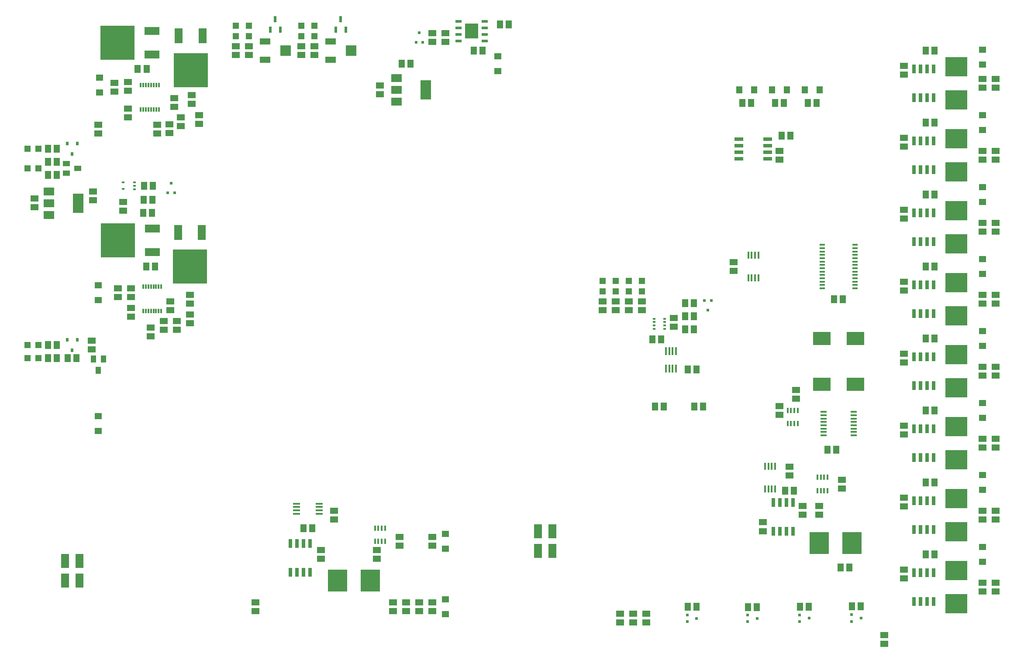
<source format=gtp>
G75*
%MOIN*%
%OFA0B0*%
%FSLAX25Y25*%
%IPPOS*%
%LPD*%
%AMOC8*
5,1,8,0,0,1.08239X$1,22.5*
%
%ADD10R,0.05709X0.01654*%
%ADD11R,0.04724X0.04724*%
%ADD12R,0.01772X0.04331*%
%ADD13R,0.01654X0.05709*%
%ADD14R,0.01969X0.01378*%
%ADD15R,0.05906X0.05118*%
%ADD16R,0.05118X0.05906*%
%ADD17R,0.04724X0.01378*%
%ADD18R,0.05512X0.05118*%
%ADD19R,0.02559X0.06890*%
%ADD20R,0.16700X0.15000*%
%ADD21R,0.06890X0.02559*%
%ADD22R,0.15000X0.16700*%
%ADD23R,0.05118X0.05512*%
%ADD24R,0.03937X0.01181*%
%ADD25R,0.02362X0.02165*%
%ADD26R,0.10433X0.11811*%
%ADD27R,0.04528X0.01969*%
%ADD28R,0.13780X0.09843*%
%ADD29R,0.06299X0.10630*%
%ADD30R,0.02165X0.02362*%
%ADD31R,0.01201X0.03500*%
%ADD32R,0.26378X0.26378*%
%ADD33R,0.11811X0.06299*%
%ADD34R,0.06299X0.11811*%
%ADD35R,0.02362X0.01181*%
%ADD36R,0.07874X0.05906*%
%ADD37R,0.07874X0.14961*%
%ADD38R,0.05512X0.03937*%
%ADD39R,0.03937X0.05512*%
%ADD40R,0.02362X0.05118*%
%ADD41R,0.02362X0.03150*%
%ADD42R,0.07874X0.05118*%
%ADD43R,0.07874X0.07874*%
%ADD44R,0.01181X0.06299*%
D10*
X0859339Y1049161D03*
X0859339Y1051720D03*
X0859339Y1054280D03*
X0859339Y1056839D03*
X0876661Y1056839D03*
X0876661Y1054280D03*
X0876661Y1051720D03*
X0876661Y1049161D03*
D11*
X0662134Y1168000D03*
X0653866Y1168000D03*
X0653866Y1178000D03*
X0662134Y1178000D03*
X0662134Y1313000D03*
X0653866Y1313000D03*
X0653866Y1328000D03*
X0662134Y1328000D03*
X0813000Y1413866D03*
X0813000Y1422134D03*
X0823000Y1422134D03*
X0823000Y1413866D03*
X0863000Y1413866D03*
X0863000Y1422134D03*
X0873000Y1422134D03*
X0873000Y1413866D03*
X1093000Y1227134D03*
X1093000Y1218866D03*
X1103000Y1218866D03*
X1103000Y1227134D03*
X1113000Y1227134D03*
X1113000Y1218866D03*
X1123000Y1218866D03*
X1123000Y1227134D03*
D12*
X1234161Y1128118D03*
X1236720Y1128118D03*
X1239280Y1128118D03*
X1241839Y1128118D03*
X1241839Y1117882D03*
X1239280Y1117882D03*
X1236720Y1117882D03*
X1234161Y1117882D03*
X1256861Y1076918D03*
X1259420Y1076918D03*
X1261980Y1076918D03*
X1264539Y1076918D03*
X1264539Y1066682D03*
X1261980Y1066682D03*
X1259420Y1066682D03*
X1256861Y1066682D03*
X0926839Y1038118D03*
X0924280Y1038118D03*
X0921720Y1038118D03*
X0919161Y1038118D03*
X0919161Y1027882D03*
X0921720Y1027882D03*
X0924280Y1027882D03*
X0926839Y1027882D03*
D13*
X1204161Y1229339D03*
X1206720Y1229339D03*
X1209280Y1229339D03*
X1211839Y1229339D03*
X1211839Y1246661D03*
X1209280Y1246661D03*
X1206720Y1246661D03*
X1204161Y1246661D03*
X1216861Y1085461D03*
X1219420Y1085461D03*
X1221980Y1085461D03*
X1224539Y1085461D03*
X1224539Y1068139D03*
X1221980Y1068139D03*
X1219420Y1068139D03*
X1216861Y1068139D03*
D14*
X1140135Y1190461D03*
X1140135Y1193020D03*
X1140135Y1195580D03*
X1140135Y1198139D03*
X1132065Y1198139D03*
X1132065Y1195580D03*
X1132065Y1193020D03*
X1132065Y1190461D03*
D15*
X0828000Y0974654D03*
X0828000Y0981346D03*
X0878000Y1014654D03*
X0878000Y1021346D03*
X0888000Y1044654D03*
X0888000Y1051346D03*
X0920500Y1021346D03*
X0920500Y1014654D03*
X0938000Y1024654D03*
X0938000Y1031346D03*
X0963000Y1031346D03*
X0963000Y1024654D03*
X0963000Y0981346D03*
X0963000Y0974654D03*
X0953000Y0974654D03*
X0953000Y0981346D03*
X0943000Y0981346D03*
X0943000Y0974654D03*
X0933000Y0974654D03*
X0933000Y0981346D03*
X1106100Y0972646D03*
X1106100Y0965954D03*
X1116100Y0965954D03*
X1116100Y0972646D03*
X1126100Y0972646D03*
X1126100Y0965954D03*
X1215300Y1035854D03*
X1215300Y1042546D03*
X1245700Y1048454D03*
X1245700Y1055146D03*
X1258200Y1055146D03*
X1258200Y1048454D03*
X1275700Y1068454D03*
X1275700Y1075146D03*
X1235700Y1078454D03*
X1235700Y1085146D03*
X1228000Y1124654D03*
X1228000Y1131346D03*
X1240500Y1137154D03*
X1240500Y1143846D03*
X1193000Y1234654D03*
X1193000Y1241346D03*
X1147106Y1198842D03*
X1147106Y1192149D03*
X1123000Y1204654D03*
X1123000Y1211346D03*
X1113000Y1211346D03*
X1113000Y1204654D03*
X1103000Y1204654D03*
X1103000Y1211346D03*
X1093000Y1211346D03*
X1093000Y1204654D03*
X1228000Y1319654D03*
X1228000Y1326346D03*
X1323000Y1329654D03*
X1323000Y1336346D03*
X1323000Y1384654D03*
X1323000Y1391346D03*
X1383000Y1381346D03*
X1383000Y1374654D03*
X1393000Y1374654D03*
X1393000Y1381346D03*
X1393000Y1326346D03*
X1393000Y1319654D03*
X1383000Y1319654D03*
X1383000Y1326346D03*
X1383000Y1271346D03*
X1383000Y1264654D03*
X1393000Y1264654D03*
X1393000Y1271346D03*
X1393000Y1216346D03*
X1393000Y1209654D03*
X1383000Y1209654D03*
X1383000Y1216346D03*
X1383000Y1161346D03*
X1383000Y1154654D03*
X1393000Y1154654D03*
X1393000Y1161346D03*
X1393000Y1106346D03*
X1393000Y1099654D03*
X1383000Y1099654D03*
X1383000Y1106346D03*
X1383000Y1051346D03*
X1383000Y1044654D03*
X1393000Y1044654D03*
X1393000Y1051346D03*
X1393000Y0996346D03*
X1393000Y0989654D03*
X1383000Y0989654D03*
X1383000Y0996346D03*
X1323000Y0999654D03*
X1323000Y1006346D03*
X1308000Y0956346D03*
X1308000Y0949654D03*
X1323000Y1054654D03*
X1323000Y1061346D03*
X1323000Y1109654D03*
X1323000Y1116346D03*
X1323000Y1164654D03*
X1323000Y1171346D03*
X1323000Y1219654D03*
X1323000Y1226346D03*
X1323000Y1274654D03*
X1323000Y1281346D03*
X0973000Y1409654D03*
X0973000Y1416346D03*
X0963000Y1416346D03*
X0963000Y1409654D03*
X0923000Y1376346D03*
X0923000Y1369654D03*
X0873000Y1399654D03*
X0873000Y1406346D03*
X0863000Y1406346D03*
X0863000Y1399654D03*
X0823000Y1399654D03*
X0823000Y1406346D03*
X0813000Y1406346D03*
X0813000Y1399654D03*
X0779100Y1369046D03*
X0779100Y1362354D03*
X0784745Y1353571D03*
X0784745Y1346878D03*
X0771004Y1345392D03*
X0771004Y1352085D03*
X0765918Y1360029D03*
X0765918Y1366722D03*
X0762278Y1346770D03*
X0762278Y1340077D03*
X0753000Y1339654D03*
X0753000Y1346346D03*
X0730499Y1352043D03*
X0730499Y1358736D03*
X0730400Y1372354D03*
X0730400Y1379046D03*
X0720100Y1378346D03*
X0720100Y1371654D03*
X0708000Y1346346D03*
X0708000Y1339654D03*
X0703800Y1295446D03*
X0703800Y1288754D03*
X0726759Y1287233D03*
X0726759Y1280540D03*
X0723000Y1221346D03*
X0723000Y1214654D03*
X0733000Y1214654D03*
X0733000Y1221346D03*
X0733000Y1206346D03*
X0733000Y1199654D03*
X0748000Y1191346D03*
X0748000Y1184654D03*
X0758000Y1189654D03*
X0758000Y1196346D03*
X0763000Y1204654D03*
X0763000Y1211346D03*
X0778000Y1209654D03*
X0778000Y1216346D03*
X0778000Y1201346D03*
X0778000Y1194654D03*
X0768000Y1196346D03*
X0768000Y1189654D03*
X0703000Y1181346D03*
X0703000Y1174654D03*
X0659300Y1283454D03*
X0659300Y1290146D03*
D16*
X0669654Y1308000D03*
X0676346Y1308000D03*
X0676346Y1318000D03*
X0669654Y1318000D03*
X0669654Y1328000D03*
X0676346Y1328000D03*
X0742789Y1299766D03*
X0749482Y1299766D03*
X0749203Y1289097D03*
X0742510Y1289097D03*
X0742329Y1279015D03*
X0749022Y1279015D03*
X0751346Y1238000D03*
X0744654Y1238000D03*
X0691346Y1168000D03*
X0684654Y1168000D03*
X0676346Y1168000D03*
X0669654Y1168000D03*
X0669654Y1178000D03*
X0676346Y1178000D03*
X0738040Y1388922D03*
X0744733Y1388922D03*
X0939654Y1393000D03*
X0946346Y1393000D03*
X0994654Y1403000D03*
X1001346Y1403000D03*
X1014654Y1423000D03*
X1021346Y1423000D03*
X1199654Y1363000D03*
X1206346Y1363000D03*
X1224654Y1363000D03*
X1231346Y1363000D03*
X1249654Y1363000D03*
X1256346Y1363000D03*
X1236346Y1338000D03*
X1229654Y1338000D03*
X1339654Y1348000D03*
X1346346Y1348000D03*
X1346346Y1293000D03*
X1339654Y1293000D03*
X1339654Y1238000D03*
X1346346Y1238000D03*
X1346346Y1183000D03*
X1339654Y1183000D03*
X1339654Y1128000D03*
X1346346Y1128000D03*
X1346346Y1073000D03*
X1339654Y1073000D03*
X1339654Y1018000D03*
X1346346Y1018000D03*
X1289868Y0978423D03*
X1283175Y0978423D03*
X1281346Y1008000D03*
X1274654Y1008000D03*
X1250150Y0978065D03*
X1243457Y0978065D03*
X1210563Y0977754D03*
X1203871Y0977754D03*
X1164451Y0977887D03*
X1157758Y0977887D03*
X1232354Y1066800D03*
X1239046Y1066800D03*
X1264654Y1098000D03*
X1271346Y1098000D03*
X1169546Y1131100D03*
X1162854Y1131100D03*
X1139546Y1131100D03*
X1132854Y1131100D03*
X1157754Y1159300D03*
X1164446Y1159300D03*
X1162646Y1189900D03*
X1155954Y1189900D03*
X1155954Y1199900D03*
X1162646Y1199900D03*
X1162646Y1209900D03*
X1155954Y1209900D03*
X1137646Y1182400D03*
X1130954Y1182400D03*
X1269654Y1213000D03*
X1276346Y1213000D03*
X1339654Y1403000D03*
X1346346Y1403000D03*
X0871346Y1038000D03*
X0864654Y1038000D03*
D17*
X1261484Y1109043D03*
X1261484Y1111602D03*
X1261484Y1114161D03*
X1261484Y1116720D03*
X1261484Y1119280D03*
X1261484Y1121839D03*
X1261484Y1124398D03*
X1261484Y1126957D03*
X1284516Y1126957D03*
X1284516Y1124398D03*
X1284516Y1121839D03*
X1284516Y1119280D03*
X1284516Y1116720D03*
X1284516Y1114161D03*
X1284516Y1111602D03*
X1284516Y1109043D03*
D18*
X1383000Y1122291D03*
X1383000Y1133709D03*
X1383000Y1177291D03*
X1383000Y1188709D03*
X1383000Y1232291D03*
X1383000Y1243709D03*
X1383000Y1287291D03*
X1383000Y1298709D03*
X1383000Y1342291D03*
X1383000Y1353709D03*
X1383000Y1392291D03*
X1383000Y1403709D03*
X1383000Y1078709D03*
X1383000Y1067291D03*
X1383000Y1023709D03*
X1383000Y1012291D03*
X1013000Y1387291D03*
X1013000Y1398709D03*
X0708977Y1382406D03*
X0708977Y1370989D03*
X0708000Y1223709D03*
X0708000Y1212291D03*
X0708000Y1123709D03*
X0708000Y1112291D03*
X0973000Y1033709D03*
X0973000Y1022291D03*
X0973000Y0983709D03*
X0973000Y0972291D03*
D19*
X0869459Y1004314D03*
X0864459Y1004314D03*
X0859459Y1004314D03*
X0854459Y1004314D03*
X0854459Y1026362D03*
X0859459Y1026362D03*
X0864459Y1026362D03*
X0869459Y1026362D03*
X1223200Y1035776D03*
X1228200Y1035776D03*
X1233200Y1035776D03*
X1238200Y1035776D03*
X1238200Y1057824D03*
X1233200Y1057824D03*
X1228200Y1057824D03*
X1223200Y1057824D03*
X1330500Y1059024D03*
X1335500Y1059024D03*
X1340500Y1059024D03*
X1345500Y1059024D03*
X1345500Y1036976D03*
X1340500Y1036976D03*
X1335500Y1036976D03*
X1330500Y1036976D03*
X1330500Y1004024D03*
X1335500Y1004024D03*
X1340500Y1004024D03*
X1345500Y1004024D03*
X1345500Y0981976D03*
X1340500Y0981976D03*
X1335500Y0981976D03*
X1330500Y0981976D03*
X1330500Y1091976D03*
X1335500Y1091976D03*
X1340500Y1091976D03*
X1345500Y1091976D03*
X1345500Y1114024D03*
X1340500Y1114024D03*
X1335500Y1114024D03*
X1330500Y1114024D03*
X1330500Y1146976D03*
X1335500Y1146976D03*
X1340500Y1146976D03*
X1345500Y1146976D03*
X1345500Y1169024D03*
X1340500Y1169024D03*
X1335500Y1169024D03*
X1330500Y1169024D03*
X1330500Y1201976D03*
X1335500Y1201976D03*
X1340500Y1201976D03*
X1345500Y1201976D03*
X1345500Y1224024D03*
X1340500Y1224024D03*
X1335500Y1224024D03*
X1330500Y1224024D03*
X1330500Y1256976D03*
X1335500Y1256976D03*
X1340500Y1256976D03*
X1345500Y1256976D03*
X1345500Y1279024D03*
X1340500Y1279024D03*
X1335500Y1279024D03*
X1330500Y1279024D03*
X1330500Y1311976D03*
X1335500Y1311976D03*
X1340500Y1311976D03*
X1345500Y1311976D03*
X1345500Y1334024D03*
X1340500Y1334024D03*
X1335500Y1334024D03*
X1330500Y1334024D03*
X1330500Y1366976D03*
X1335500Y1366976D03*
X1340500Y1366976D03*
X1345500Y1366976D03*
X1345500Y1389024D03*
X1340500Y1389024D03*
X1335500Y1389024D03*
X1330500Y1389024D03*
D20*
X1363000Y1390550D03*
X1363000Y1365450D03*
X1363000Y1335550D03*
X1363000Y1310450D03*
X1363000Y1280550D03*
X1363000Y1255450D03*
X1363000Y1225550D03*
X1363000Y1200450D03*
X1363000Y1170550D03*
X1363000Y1145450D03*
X1363000Y1115550D03*
X1363000Y1090450D03*
X1363000Y1060550D03*
X1363000Y1035450D03*
X1363000Y1005550D03*
X1363000Y0980450D03*
D21*
X1219024Y1320500D03*
X1219024Y1325500D03*
X1219024Y1330500D03*
X1219024Y1335500D03*
X1196976Y1335500D03*
X1196976Y1330500D03*
X1196976Y1325500D03*
X1196976Y1320500D03*
D22*
X1258150Y1026800D03*
X1283250Y1026800D03*
X0915550Y0998000D03*
X0890450Y0998000D03*
D23*
X1197291Y1373000D03*
X1208709Y1373000D03*
X1222291Y1373000D03*
X1233709Y1373000D03*
X1247291Y1373000D03*
X1258709Y1373000D03*
D24*
X1260402Y1254634D03*
X1260402Y1252075D03*
X1260402Y1249516D03*
X1260402Y1246957D03*
X1260402Y1244398D03*
X1260402Y1241839D03*
X1260402Y1239280D03*
X1260402Y1236720D03*
X1260402Y1234161D03*
X1260402Y1231602D03*
X1260402Y1229043D03*
X1260402Y1226484D03*
X1260402Y1223925D03*
X1260402Y1221366D03*
X1285598Y1221366D03*
X1285598Y1223925D03*
X1285598Y1226484D03*
X1285598Y1229043D03*
X1285598Y1231602D03*
X1285598Y1234161D03*
X1285598Y1236720D03*
X1285598Y1239280D03*
X1285598Y1241839D03*
X1285598Y1244398D03*
X1285598Y1246957D03*
X1285598Y1249516D03*
X1285598Y1252075D03*
X1285598Y1254634D03*
D25*
X1175792Y1211876D03*
X1170674Y1211876D03*
X1173233Y1204592D03*
X0955559Y1409358D03*
X0950441Y1409358D03*
X0953000Y1416642D03*
X0763600Y1301642D03*
X0766159Y1294358D03*
X0761041Y1294358D03*
D26*
X0993000Y1418000D03*
D27*
X0983000Y1415520D03*
X0983000Y1420520D03*
X0983000Y1425520D03*
X0983000Y1410520D03*
X1003000Y1410520D03*
X1003000Y1415520D03*
X1003000Y1420520D03*
X1003000Y1425520D03*
D28*
X1260205Y1183000D03*
X1285795Y1183000D03*
X1285795Y1148000D03*
X1260205Y1148000D03*
D29*
X1054712Y1035700D03*
X1043688Y1035700D03*
X1043688Y1020700D03*
X1054712Y1020700D03*
X0693512Y1013000D03*
X0682488Y1013000D03*
X0682488Y0998000D03*
X0693512Y0998000D03*
D30*
X1157423Y0971750D03*
X1157423Y0966632D03*
X1164706Y0969191D03*
X1203634Y0971696D03*
X1203634Y0966578D03*
X1210918Y0969137D03*
X1243221Y0966672D03*
X1243221Y0971790D03*
X1250505Y0969231D03*
X1283025Y0966778D03*
X1283025Y0971896D03*
X1290308Y0969337D03*
D31*
X0755990Y1203891D03*
X0754021Y1203891D03*
X0752053Y1203891D03*
X0750084Y1203891D03*
X0748116Y1203891D03*
X0746147Y1203891D03*
X0744179Y1203891D03*
X0742210Y1203891D03*
X0742210Y1222709D03*
X0744179Y1222709D03*
X0746147Y1222709D03*
X0748116Y1222709D03*
X0750084Y1222709D03*
X0752053Y1222709D03*
X0754021Y1222709D03*
X0755990Y1222709D03*
X0754090Y1357891D03*
X0752121Y1357891D03*
X0750153Y1357891D03*
X0748184Y1357891D03*
X0746216Y1357891D03*
X0744247Y1357891D03*
X0742279Y1357891D03*
X0740310Y1357891D03*
X0740310Y1376709D03*
X0742279Y1376709D03*
X0744247Y1376709D03*
X0746216Y1376709D03*
X0748184Y1376709D03*
X0750153Y1376709D03*
X0752121Y1376709D03*
X0754090Y1376709D03*
D32*
X0778400Y1388100D03*
X0722700Y1409100D03*
X0723000Y1258000D03*
X0778000Y1238000D03*
D33*
X0749181Y1248945D03*
X0749181Y1267055D03*
X0748881Y1400045D03*
X0748881Y1418155D03*
D34*
X0769345Y1414281D03*
X0787455Y1414281D03*
X0787055Y1264181D03*
X0768945Y1264181D03*
D35*
X0735629Y1297141D03*
X0735629Y1299700D03*
X0735629Y1302259D03*
X0726771Y1302259D03*
X0726771Y1297259D03*
D36*
X0670098Y1295455D03*
X0670098Y1286400D03*
X0670098Y1277345D03*
X0935598Y1363945D03*
X0935598Y1373000D03*
X0935598Y1382055D03*
D37*
X0958000Y1373000D03*
X0692500Y1286400D03*
D38*
X0683669Y1309260D03*
X0683669Y1316740D03*
X0692331Y1313000D03*
D39*
X0704260Y1167331D03*
X0711740Y1167331D03*
X0708000Y1158669D03*
D40*
X0839260Y1418866D03*
X0846740Y1418866D03*
X0843000Y1427134D03*
X0889260Y1418866D03*
X0896740Y1418866D03*
X0893000Y1427134D03*
D41*
X0691740Y1331937D03*
X0684260Y1331937D03*
X0688000Y1324063D03*
X0684260Y1181937D03*
X0691740Y1181937D03*
X0688000Y1174063D03*
D42*
X0835126Y1395913D03*
X0835126Y1410087D03*
X0885126Y1410087D03*
X0885126Y1395913D03*
D43*
X0900874Y1403000D03*
X0850874Y1403000D03*
D44*
X1141239Y1173393D03*
X1143739Y1173393D03*
X1146239Y1173393D03*
X1148739Y1173393D03*
X1148739Y1160007D03*
X1146239Y1160007D03*
X1143739Y1160007D03*
X1141239Y1160007D03*
M02*

</source>
